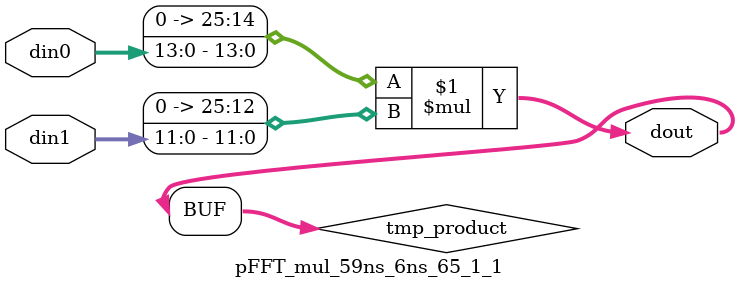
<source format=v>

`timescale 1 ns / 1 ps

 module pFFT_mul_59ns_6ns_65_1_1(din0, din1, dout);
parameter ID = 1;
parameter NUM_STAGE = 0;
parameter din0_WIDTH = 14;
parameter din1_WIDTH = 12;
parameter dout_WIDTH = 26;

input [din0_WIDTH - 1 : 0] din0; 
input [din1_WIDTH - 1 : 0] din1; 
output [dout_WIDTH - 1 : 0] dout;

wire signed [dout_WIDTH - 1 : 0] tmp_product;
























assign tmp_product = $signed({1'b0, din0}) * $signed({1'b0, din1});











assign dout = tmp_product;





















endmodule

</source>
